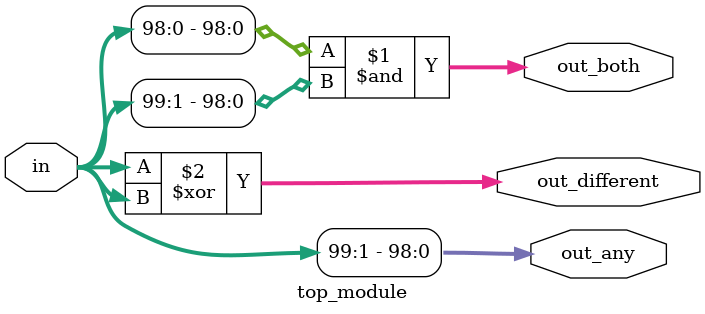
<source format=sv>
module top_module (
    input [99:0] in,
    output [98:0] out_both,
    output [99:1] out_any,
    output [99:0] out_different
);

    assign out_both = in[98:0] & {in[99], in[98:1]};
    
    assign out_any = {in[0], in[1:99]};
    
    assign out_different = in ^ {in[99], in[98:0]};

endmodule

</source>
